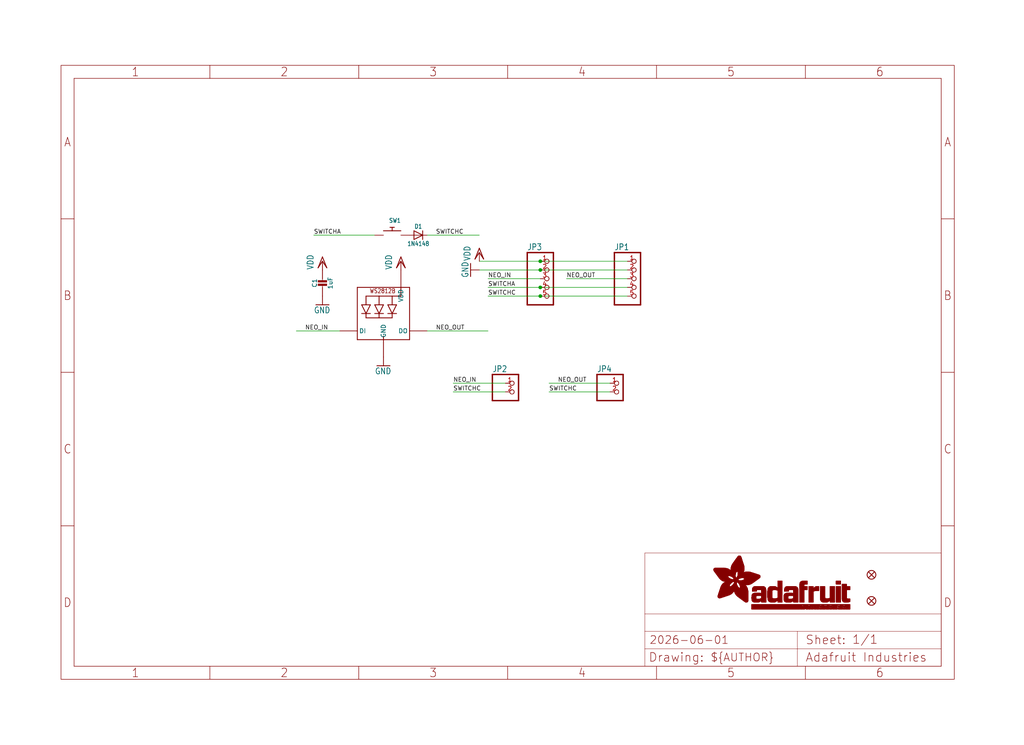
<source format=kicad_sch>
(kicad_sch (version 20230121) (generator eeschema)
  (paper "User" 298.45 217.322)
  (lib_symbols
    (symbol "working-eagle-import:CAP_CERAMIC0603_NO"
      (property "Reference" "C" (at -2.29 1.25 90))
      (symbol "CAP_CERAMIC0603_NO_1_0"
        (pin passive line (at 0 5.08 270) (length 2.54) (name "1") (number "1"))
        (pin passive line (at 0 -2.54 90) (length 2.54) (name "2") (number "2"))
      )
    )
    (symbol "working-eagle-import:DIODESOD-323"
      (property "Reference" "D" (at 0 2.54 0))
      (symbol "DIODESOD-323_1_0"
        (pin passive line (at -2.54 0 0) (length 2.54) (name "A") (number "A"))
        (pin passive line (at 2.54 0 180) (length 2.54) (name "C") (number "C"))
      )
    )
    (symbol "working-eagle-import:FIDUCIAL_1MM")
    (symbol "working-eagle-import:FRAME_A4_ADAFRUIT"
      (symbol "FRAME_A4_ADAFRUIT_1_0"
        (text "${#}/${##}" (at 230.505 10.16 0) (effects (font (size 2.54 2.54)) (justify left bottom)))
        (text "${AUTHOR}" (at 189.23 5.08 0) (effects (font (size 2.286 2.286)) (justify left bottom)))
        (text "${CURRENT_DATE}" (at 171.45 10.16 0) (effects (font (size 2.286 2.286)) (justify left bottom)))
        (text "${PROJECTNAME}" (at 171.45 15.24 0) (effects (font (size 2.54 2.54)) (justify left bottom)))
        (text "1" (at 21.6958 1.905 0) (effects (font (size 2.54 2.286))))
        (text "1" (at 21.6958 177.165 0) (effects (font (size 2.54 2.286))))
        (text "2" (at 65.0875 1.905 0) (effects (font (size 2.54 2.286))))
        (text "2" (at 65.0875 177.165 0) (effects (font (size 2.54 2.286))))
        (text "3" (at 108.4792 1.905 0) (effects (font (size 2.54 2.286))))
        (text "3" (at 108.4792 177.165 0) (effects (font (size 2.54 2.286))))
        (text "4" (at 151.8708 1.905 0) (effects (font (size 2.54 2.286))))
        (text "4" (at 151.8708 177.165 0) (effects (font (size 2.54 2.286))))
        (text "5" (at 195.2625 1.905 0) (effects (font (size 2.54 2.286))))
        (text "5" (at 195.2625 177.165 0) (effects (font (size 2.54 2.286))))
        (text "6" (at 238.6542 1.905 0) (effects (font (size 2.54 2.286))))
        (text "6" (at 238.6542 177.165 0) (effects (font (size 2.54 2.286))))
        (text "A" (at 1.905 156.6863 0) (effects (font (size 2.54 2.286))))
        (text "A" (at 258.445 156.6863 0) (effects (font (size 2.54 2.286))))
        (text "Adafruit Industries" (at 216.916 4.953 0) (effects (font (size 2.54 2.54)) (justify left bottom)))
        (text "B" (at 1.905 111.9188 0) (effects (font (size 2.54 2.286))))
        (text "B" (at 258.445 111.9188 0) (effects (font (size 2.54 2.286))))
        (text "C" (at 1.905 67.1513 0) (effects (font (size 2.54 2.286))))
        (text "C" (at 258.445 67.1513 0) (effects (font (size 2.54 2.286))))
        (text "D" (at 1.905 22.3838 0) (effects (font (size 2.54 2.286))))
        (text "D" (at 258.445 22.3838 0) (effects (font (size 2.54 2.286))))
        (text "Drawing:" (at 171.196 4.953 0) (effects (font (size 2.54 2.54)) (justify left bottom)))
        (text "Sheet:" (at 216.916 10.033 0) (effects (font (size 2.54 2.54)) (justify left bottom)))
      )
    )
    (symbol "working-eagle-import:GND" (power)
      (property "Value" "GND" (at -2.54 -2.54 0))
      (symbol "GND_1_0"
        (pin power_in line (at 0 2.54 270) (length 2.54) (name "GND") (number "1"))
      )
    )
    (symbol "working-eagle-import:HEADER-1X2ROUND"
      (property "Reference" "JP" (at -6.35 5.715 0))
      (symbol "HEADER-1X2ROUND_1_0"
        (pin passive inverted (at -2.54 2.54 0) (length 2.54) (name "1") (number "1"))
        (pin passive inverted (at -2.54 0 0) (length 2.54) (name "2") (number "2"))
      )
    )
    (symbol "working-eagle-import:HEADER-1X570MIL"
      (property "Reference" "JP" (at -6.35 8.255 0))
      (symbol "HEADER-1X570MIL_1_0"
        (pin passive inverted (at -2.54 5.08 0) (length 2.54) (name "1") (number "1"))
        (pin passive inverted (at -2.54 2.54 0) (length 2.54) (name "2") (number "2"))
        (pin passive inverted (at -2.54 0 0) (length 2.54) (name "3") (number "3"))
        (pin passive inverted (at -2.54 -2.54 0) (length 2.54) (name "4") (number "4"))
        (pin passive inverted (at -2.54 -5.08 0) (length 2.54) (name "5") (number "5"))
      )
    )
    (symbol "working-eagle-import:SWITCH_PUSHBUTTON_KAILH_SOCKET"
      (property "Reference" "SW" (at -2.54 3.556 0))
      (symbol "SWITCH_PUSHBUTTON_KAILH_SOCKET_1_0"
        (pin passive line (at -5.08 0 0) (length 2.54) (name "P$1") (number "1"))
        (pin passive line (at 5.08 0 180) (length 2.54) (name "P$2") (number "2"))
      )
    )
    (symbol "working-eagle-import:VDD" (power)
      (property "Value" "VDD" (at -2.54 -2.54 90))
      (symbol "VDD_1_0"
        (pin power_in line (at 0 -2.54 90) (length 2.54) (name "VDD") (number "1"))
      )
    )
    (symbol "working-eagle-import:WS2812B_SK6812E"
      (symbol "WS2812B_SK6812E_1_0"
        (text "WS2812B" (at -4.064 8.382 0) (effects (font (size 1.27 1.0795)) (justify left bottom)))
        (pin power_in line (at 5.08 15.24 270) (length 5.08) (name "VDD") (number "1-VDD"))
        (pin output line (at 12.7 -2.54 180) (length 5.08) (name "DO") (number "2-DOUT"))
        (pin power_in line (at 0 -10.16 90) (length 5.08) (name "GND") (number "3-GND"))
        (pin input line (at -12.7 -2.54 0) (length 5.08) (name "DI") (number "4-DIN"))
      )
    )
  )
  (junction (at 157.48 86.36))
  (junction (at 157.48 78.74))
  (junction (at 157.48 76.2))
  (junction (at 157.48 83.82))
  (wire (pts (xy 157.48 83.82) (xy 182.88 83.82)) (stroke (width 0.1524)))
  (wire (pts (xy 124.46 96.52) (xy 142.24 96.52)) (stroke (width 0.1524)))
  (wire (pts (xy 157.48 83.82) (xy 142.24 83.82)) (stroke (width 0.1524)))
  (wire (pts (xy 182.88 81.28) (xy 165.1 81.28)) (stroke (width 0.1524)))
  (wire (pts (xy 124.46 68.58) (xy 139.7 68.58)) (stroke (width 0.1524)))
  (wire (pts (xy 109.22 68.58) (xy 91.44 68.58)) (stroke (width 0.1524)))
  (wire (pts (xy 99.06 96.52) (xy 86.36 96.52)) (stroke (width 0.1524)))
  (wire (pts (xy 157.48 78.74) (xy 139.7 78.74)) (stroke (width 0.1524)))
  (wire (pts (xy 147.32 114.3) (xy 132.08 114.3)) (stroke (width 0.1524)))
  (wire (pts (xy 147.32 111.76) (xy 132.08 111.76)) (stroke (width 0.1524)))
  (wire (pts (xy 157.48 76.2) (xy 139.7 76.2)) (stroke (width 0.1524)))
  (wire (pts (xy 157.48 76.2) (xy 182.88 76.2)) (stroke (width 0.1524)))
  (wire (pts (xy 177.8 111.76) (xy 160.02 111.76)) (stroke (width 0.1524)))
  (wire (pts (xy 182.88 78.74) (xy 157.48 78.74)) (stroke (width 0.1524)))
  (wire (pts (xy 157.48 81.28) (xy 142.24 81.28)) (stroke (width 0.1524)))
  (wire (pts (xy 182.88 86.36) (xy 157.48 86.36)) (stroke (width 0.1524)))
  (wire (pts (xy 177.8 114.3) (xy 160.02 114.3)) (stroke (width 0.1524)))
  (wire (pts (xy 157.48 86.36) (xy 142.24 86.36)) (stroke (width 0.1524)))
  (label "NEO_IN" (at 88.9 96.52 0) (effects (font (size 1.2446 1.2446))))
  (label "NEO_OUT" (at 127 96.52 0) (effects (font (size 1.2446 1.2446))))
  (label "SWITCHC" (at 132.08 114.3 0) (effects (font (size 1.2446 1.2446))))
  (label "SWITCHA" (at 142.24 83.82 0) (effects (font (size 1.2446 1.2446))))
  (label "NEO_IN" (at 132.08 111.76 0) (effects (font (size 1.2446 1.2446))))
  (label "NEO_OUT" (at 165.1 81.28 0) (effects (font (size 1.2446 1.2446))))
  (label "SWITCHA" (at 91.44 68.58 0) (effects (font (size 1.2446 1.2446))))
  (label "NEO_OUT" (at 162.56 111.76 0) (effects (font (size 1.2446 1.2446))))
  (label "SWITCHC" (at 142.24 86.36 0) (effects (font (size 1.2446 1.2446))))
  (label "SWITCHC" (at 127 68.58 0) (effects (font (size 1.2446 1.2446))))
  (label "NEO_IN" (at 142.24 81.28 0) (effects (font (size 1.2446 1.2446))))
  (label "SWITCHC" (at 160.02 114.3 0) (effects (font (size 1.2446 1.2446))))
  (symbol (lib_id "working-eagle-import:VDD") (at 139.7 73.66 0) (unit 1)
    (property "Reference" "#VDD2" (effects hide))
    (property "Value" "VDD" (at 137.16 76.2 90) (effects (font (size 1.778 1.5113)) (justify left bottom)))
  )
  (symbol (lib_id "working-eagle-import:HEADER-1X2ROUND") (at 180.34 114.3 0) (unit 1)
    (property "Reference" "JP4" (at 173.99 108.585 0) (effects (font (size 1.778 1.5113)) (justify left bottom)))
    (property "Value" "HEADER-1X2ROUND" (effects hide))
    (property "Footprint" "working:1X02_ROUND" (effects hide))
  )
  (symbol (lib_id "working-eagle-import:FIDUCIAL_1MM") (at 254 175.26 0) (unit 1)
    (property "Reference" "FID3" (effects hide))
    (property "Value" "FIDUCIAL_1MM" (effects hide))
    (property "Footprint" "working:FIDUCIAL_1MM" (effects hide))
  )
  (symbol (lib_id "working-eagle-import:GND") (at 93.98 88.9 0) (unit 1)
    (property "Reference" "#GND3" (effects hide))
    (property "Value" "GND" (at 91.44 91.44 0) (effects (font (size 1.778 1.5113)) (justify left bottom)))
  )
  (symbol (lib_id "working-eagle-import:VDD") (at 93.98 76.2 0) (unit 1)
    (property "Reference" "#VDD3" (effects hide))
    (property "Value" "VDD" (at 91.44 78.74 90) (effects (font (size 1.778 1.5113)) (justify left bottom)))
  )
  (symbol (lib_id "working-eagle-import:VDD") (at 116.84 76.2 0) (unit 1)
    (property "Reference" "#VDD1" (effects hide))
    (property "Value" "VDD" (at 114.3 78.74 90) (effects (font (size 1.778 1.5113)) (justify left bottom)))
  )
  (symbol (lib_id "working-eagle-import:DIODESOD-323") (at 121.92 68.58 0) (unit 1)
    (property "Reference" "D1" (at 121.92 66.04 0) (effects (font (size 1.27 1.0795))))
    (property "Value" "1N4148" (at 121.92 71.08 0) (effects (font (size 1.27 1.0795))))
    (property "Footprint" "working:SOD-323" (effects hide))
  )
  (symbol (lib_id "working-eagle-import:WS2812B_SK6812E") (at 111.76 93.98 0) (unit 1)
    (property "Reference" "LED1" (effects hide))
    (property "Value" "WS2812B_SK6812E" (effects hide))
    (property "Footprint" "working:NEO3535_REVERSE" (effects hide))
  )
  (symbol (lib_id "working-eagle-import:HEADER-1X570MIL") (at 185.42 81.28 0) (unit 1)
    (property "Reference" "JP1" (at 179.07 73.025 0) (effects (font (size 1.778 1.5113)) (justify left bottom)))
    (property "Value" "HEADER-1X570MIL" (effects hide))
    (property "Footprint" "working:1X05_ROUND_70" (effects hide))
  )
  (symbol (lib_id "working-eagle-import:FRAME_A4_ADAFRUIT") (at 17.78 198.12 0) (unit 1)
    (property "Reference" "#U$18" (effects hide))
    (property "Value" "FRAME_A4_ADAFRUIT" (effects hide))
  )
  (symbol (lib_id "working-eagle-import:HEADER-1X570MIL") (at 160.02 81.28 0) (unit 1)
    (property "Reference" "JP3" (at 153.67 73.025 0) (effects (font (size 1.778 1.5113)) (justify left bottom)))
    (property "Value" "HEADER-1X570MIL" (effects hide))
    (property "Footprint" "working:1X05_ROUND_70" (effects hide))
  )
  (symbol (lib_id "working-eagle-import:FIDUCIAL_1MM") (at 254 167.64 0) (unit 1)
    (property "Reference" "FID4" (effects hide))
    (property "Value" "FIDUCIAL_1MM" (effects hide))
    (property "Footprint" "working:FIDUCIAL_1MM" (effects hide))
  )
  (symbol (lib_id "working-eagle-import:GND") (at 111.76 106.68 0) (unit 1)
    (property "Reference" "#GND1" (effects hide))
    (property "Value" "GND" (at 109.22 109.22 0) (effects (font (size 1.778 1.5113)) (justify left bottom)))
  )
  (symbol (lib_id "working-eagle-import:GND") (at 137.16 78.74 270) (unit 1)
    (property "Reference" "#GND2" (effects hide))
    (property "Value" "GND" (at 134.62 76.2 0) (effects (font (size 1.778 1.5113)) (justify left bottom)))
  )
  (symbol (lib_id "working-eagle-import:CAP_CERAMIC0603_NO") (at 93.98 83.82 0) (unit 1)
    (property "Reference" "C1" (at 91.69 82.57 90))
    (property "Value" "1uF" (at 96.28 82.57 90))
    (property "Footprint" "working:0603-NO" (effects hide))
  )
  (symbol (lib_id "working-eagle-import:HEADER-1X2ROUND") (at 149.86 114.3 0) (unit 1)
    (property "Reference" "JP2" (at 143.51 108.585 0) (effects (font (size 1.778 1.5113)) (justify left bottom)))
    (property "Value" "HEADER-1X2ROUND" (effects hide))
    (property "Footprint" "working:1X02_ROUND" (effects hide))
  )
  (symbol (lib_id "working-eagle-import:SWITCH_PUSHBUTTON_KAILH_SOCKET") (at 114.3 68.58 0) (mirror y) (unit 1)
    (property "Reference" "SW1" (at 116.84 65.024 0) (effects (font (size 1.27 1.0795)) (justify left bottom)))
    (property "Value" "SWITCH_PUSHBUTTON_KAILH_SOCKET" (effects hide))
    (property "Footprint" "working:KAILH_SOCKET" (effects hide))
  )
)
</source>
